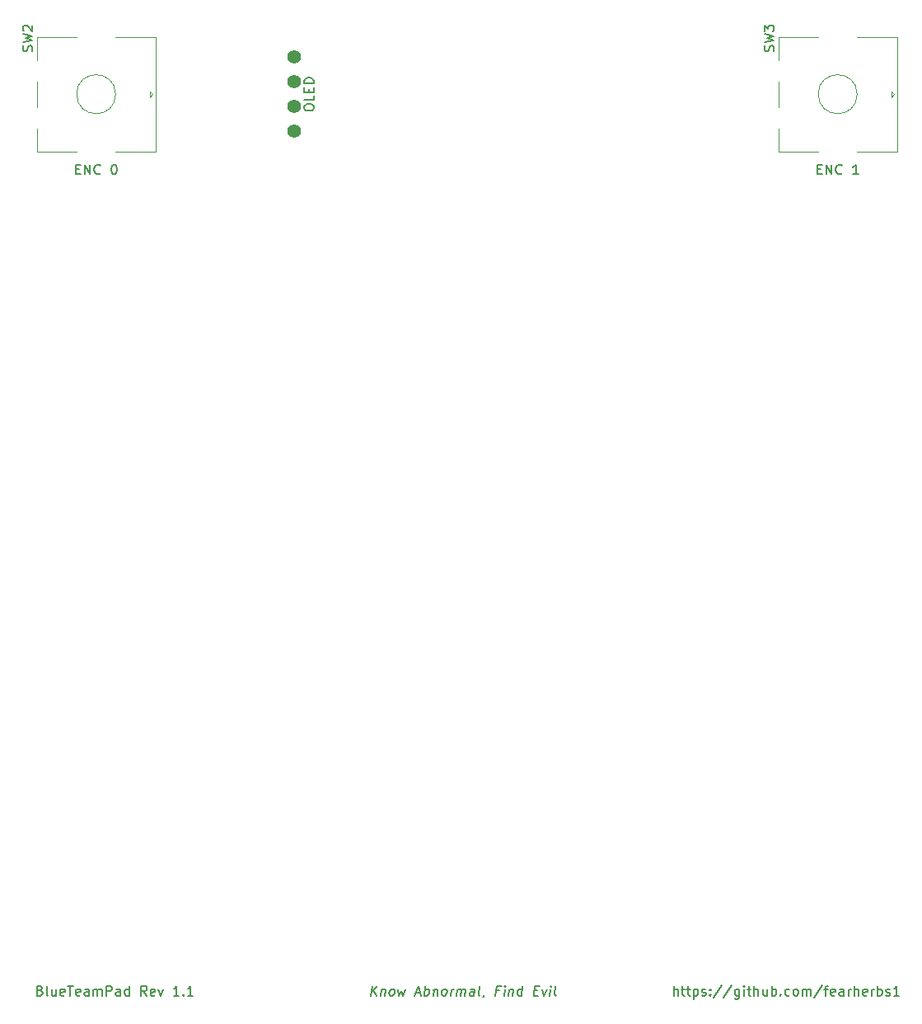
<source format=gbr>
%TF.GenerationSoftware,KiCad,Pcbnew,(6.0.7)*%
%TF.CreationDate,2022-10-27T14:14:10-04:00*%
%TF.ProjectId,BlueTeamPad,426c7565-5465-4616-9d50-61642e6b6963,rev?*%
%TF.SameCoordinates,Original*%
%TF.FileFunction,Legend,Top*%
%TF.FilePolarity,Positive*%
%FSLAX46Y46*%
G04 Gerber Fmt 4.6, Leading zero omitted, Abs format (unit mm)*
G04 Created by KiCad (PCBNEW (6.0.7)) date 2022-10-27 14:14:10*
%MOMM*%
%LPD*%
G01*
G04 APERTURE LIST*
%ADD10C,0.150000*%
%ADD11C,0.120000*%
%ADD12C,1.397000*%
%ADD13C,4.400000*%
%ADD14C,3.987800*%
%ADD15C,1.750000*%
%ADD16C,3.300000*%
%ADD17R,1.700000X1.700000*%
%ADD18O,1.700000X1.700000*%
%ADD19C,0.650000*%
%ADD20O,1.000000X1.600000*%
%ADD21O,1.000000X2.100000*%
G04 APERTURE END LIST*
D10*
X93322946Y-158452380D02*
X93447946Y-157452380D01*
X93894375Y-158452380D02*
X93537232Y-157880952D01*
X94019375Y-157452380D02*
X93376517Y-158023809D01*
X94406279Y-157785714D02*
X94322946Y-158452380D01*
X94394375Y-157880952D02*
X94447946Y-157833333D01*
X94549136Y-157785714D01*
X94691994Y-157785714D01*
X94781279Y-157833333D01*
X94816994Y-157928571D01*
X94751517Y-158452380D01*
X95370565Y-158452380D02*
X95281279Y-158404761D01*
X95239613Y-158357142D01*
X95203898Y-158261904D01*
X95239613Y-157976190D01*
X95299136Y-157880952D01*
X95352708Y-157833333D01*
X95453898Y-157785714D01*
X95596755Y-157785714D01*
X95686041Y-157833333D01*
X95727708Y-157880952D01*
X95763422Y-157976190D01*
X95727708Y-158261904D01*
X95668184Y-158357142D01*
X95614613Y-158404761D01*
X95513422Y-158452380D01*
X95370565Y-158452380D01*
X96120565Y-157785714D02*
X96227708Y-158452380D01*
X96477708Y-157976190D01*
X96608660Y-158452380D01*
X96882470Y-157785714D01*
X97930089Y-158166666D02*
X98406279Y-158166666D01*
X97799136Y-158452380D02*
X98257470Y-157452380D01*
X98465803Y-158452380D01*
X98799136Y-158452380D02*
X98924136Y-157452380D01*
X98876517Y-157833333D02*
X98977708Y-157785714D01*
X99168184Y-157785714D01*
X99257470Y-157833333D01*
X99299136Y-157880952D01*
X99334851Y-157976190D01*
X99299136Y-158261904D01*
X99239613Y-158357142D01*
X99186041Y-158404761D01*
X99084851Y-158452380D01*
X98894375Y-158452380D01*
X98805089Y-158404761D01*
X99787232Y-157785714D02*
X99703898Y-158452380D01*
X99775327Y-157880952D02*
X99828898Y-157833333D01*
X99930089Y-157785714D01*
X100072946Y-157785714D01*
X100162232Y-157833333D01*
X100197946Y-157928571D01*
X100132470Y-158452380D01*
X100751517Y-158452380D02*
X100662232Y-158404761D01*
X100620565Y-158357142D01*
X100584851Y-158261904D01*
X100620565Y-157976190D01*
X100680089Y-157880952D01*
X100733660Y-157833333D01*
X100834851Y-157785714D01*
X100977708Y-157785714D01*
X101066994Y-157833333D01*
X101108660Y-157880952D01*
X101144375Y-157976190D01*
X101108660Y-158261904D01*
X101049136Y-158357142D01*
X100995565Y-158404761D01*
X100894375Y-158452380D01*
X100751517Y-158452380D01*
X101513422Y-158452380D02*
X101596755Y-157785714D01*
X101572946Y-157976190D02*
X101632470Y-157880952D01*
X101686041Y-157833333D01*
X101787232Y-157785714D01*
X101882470Y-157785714D01*
X102132470Y-158452380D02*
X102215803Y-157785714D01*
X102203898Y-157880952D02*
X102257470Y-157833333D01*
X102358660Y-157785714D01*
X102501517Y-157785714D01*
X102590803Y-157833333D01*
X102626517Y-157928571D01*
X102561041Y-158452380D01*
X102626517Y-157928571D02*
X102686041Y-157833333D01*
X102787232Y-157785714D01*
X102930089Y-157785714D01*
X103019375Y-157833333D01*
X103055089Y-157928571D01*
X102989613Y-158452380D01*
X103894375Y-158452380D02*
X103959851Y-157928571D01*
X103924136Y-157833333D01*
X103834851Y-157785714D01*
X103644375Y-157785714D01*
X103543184Y-157833333D01*
X103900327Y-158404761D02*
X103799136Y-158452380D01*
X103561041Y-158452380D01*
X103471755Y-158404761D01*
X103436041Y-158309523D01*
X103447946Y-158214285D01*
X103507470Y-158119047D01*
X103608660Y-158071428D01*
X103846755Y-158071428D01*
X103947946Y-158023809D01*
X104513422Y-158452380D02*
X104424136Y-158404761D01*
X104388422Y-158309523D01*
X104495565Y-157452380D01*
X104947946Y-158404761D02*
X104941994Y-158452380D01*
X104882470Y-158547619D01*
X104828898Y-158595238D01*
X106531279Y-157928571D02*
X106197946Y-157928571D01*
X106132470Y-158452380D02*
X106257470Y-157452380D01*
X106733660Y-157452380D01*
X106989613Y-158452380D02*
X107072946Y-157785714D01*
X107114613Y-157452380D02*
X107061041Y-157500000D01*
X107102708Y-157547619D01*
X107156279Y-157500000D01*
X107114613Y-157452380D01*
X107102708Y-157547619D01*
X107549136Y-157785714D02*
X107465803Y-158452380D01*
X107537232Y-157880952D02*
X107590803Y-157833333D01*
X107691994Y-157785714D01*
X107834851Y-157785714D01*
X107924136Y-157833333D01*
X107959851Y-157928571D01*
X107894375Y-158452380D01*
X108799136Y-158452380D02*
X108924136Y-157452380D01*
X108805089Y-158404761D02*
X108703898Y-158452380D01*
X108513422Y-158452380D01*
X108424136Y-158404761D01*
X108382470Y-158357142D01*
X108346755Y-158261904D01*
X108382470Y-157976190D01*
X108441994Y-157880952D01*
X108495565Y-157833333D01*
X108596755Y-157785714D01*
X108787232Y-157785714D01*
X108876517Y-157833333D01*
X110102708Y-157928571D02*
X110436041Y-157928571D01*
X110513422Y-158452380D02*
X110037232Y-158452380D01*
X110162232Y-157452380D01*
X110638422Y-157452380D01*
X110930089Y-157785714D02*
X111084851Y-158452380D01*
X111406279Y-157785714D01*
X111703898Y-158452380D02*
X111787232Y-157785714D01*
X111828898Y-157452380D02*
X111775327Y-157500000D01*
X111816994Y-157547619D01*
X111870565Y-157500000D01*
X111828898Y-157452380D01*
X111816994Y-157547619D01*
X112322946Y-158452380D02*
X112233660Y-158404761D01*
X112197946Y-158309523D01*
X112305089Y-157452380D01*
X62992261Y-73588571D02*
X63325595Y-73588571D01*
X63468452Y-74112380D02*
X62992261Y-74112380D01*
X62992261Y-73112380D01*
X63468452Y-73112380D01*
X63897023Y-74112380D02*
X63897023Y-73112380D01*
X64468452Y-74112380D01*
X64468452Y-73112380D01*
X65516071Y-74017142D02*
X65468452Y-74064761D01*
X65325595Y-74112380D01*
X65230357Y-74112380D01*
X65087500Y-74064761D01*
X64992261Y-73969523D01*
X64944642Y-73874285D01*
X64897023Y-73683809D01*
X64897023Y-73540952D01*
X64944642Y-73350476D01*
X64992261Y-73255238D01*
X65087500Y-73160000D01*
X65230357Y-73112380D01*
X65325595Y-73112380D01*
X65468452Y-73160000D01*
X65516071Y-73207619D01*
X66897023Y-73112380D02*
X66992261Y-73112380D01*
X67087500Y-73160000D01*
X67135119Y-73207619D01*
X67182738Y-73302857D01*
X67230357Y-73493333D01*
X67230357Y-73731428D01*
X67182738Y-73921904D01*
X67135119Y-74017142D01*
X67087500Y-74064761D01*
X66992261Y-74112380D01*
X66897023Y-74112380D01*
X66801785Y-74064761D01*
X66754166Y-74017142D01*
X66706547Y-73921904D01*
X66658928Y-73731428D01*
X66658928Y-73493333D01*
X66706547Y-73302857D01*
X66754166Y-73207619D01*
X66801785Y-73160000D01*
X66897023Y-73112380D01*
X124428571Y-158452380D02*
X124428571Y-157452380D01*
X124857142Y-158452380D02*
X124857142Y-157928571D01*
X124809523Y-157833333D01*
X124714285Y-157785714D01*
X124571428Y-157785714D01*
X124476190Y-157833333D01*
X124428571Y-157880952D01*
X125190476Y-157785714D02*
X125571428Y-157785714D01*
X125333333Y-157452380D02*
X125333333Y-158309523D01*
X125380952Y-158404761D01*
X125476190Y-158452380D01*
X125571428Y-158452380D01*
X125761904Y-157785714D02*
X126142857Y-157785714D01*
X125904761Y-157452380D02*
X125904761Y-158309523D01*
X125952380Y-158404761D01*
X126047619Y-158452380D01*
X126142857Y-158452380D01*
X126476190Y-157785714D02*
X126476190Y-158785714D01*
X126476190Y-157833333D02*
X126571428Y-157785714D01*
X126761904Y-157785714D01*
X126857142Y-157833333D01*
X126904761Y-157880952D01*
X126952380Y-157976190D01*
X126952380Y-158261904D01*
X126904761Y-158357142D01*
X126857142Y-158404761D01*
X126761904Y-158452380D01*
X126571428Y-158452380D01*
X126476190Y-158404761D01*
X127333333Y-158404761D02*
X127428571Y-158452380D01*
X127619047Y-158452380D01*
X127714285Y-158404761D01*
X127761904Y-158309523D01*
X127761904Y-158261904D01*
X127714285Y-158166666D01*
X127619047Y-158119047D01*
X127476190Y-158119047D01*
X127380952Y-158071428D01*
X127333333Y-157976190D01*
X127333333Y-157928571D01*
X127380952Y-157833333D01*
X127476190Y-157785714D01*
X127619047Y-157785714D01*
X127714285Y-157833333D01*
X128190476Y-158357142D02*
X128238095Y-158404761D01*
X128190476Y-158452380D01*
X128142857Y-158404761D01*
X128190476Y-158357142D01*
X128190476Y-158452380D01*
X128190476Y-157833333D02*
X128238095Y-157880952D01*
X128190476Y-157928571D01*
X128142857Y-157880952D01*
X128190476Y-157833333D01*
X128190476Y-157928571D01*
X129380952Y-157404761D02*
X128523809Y-158690476D01*
X130428571Y-157404761D02*
X129571428Y-158690476D01*
X131190476Y-157785714D02*
X131190476Y-158595238D01*
X131142857Y-158690476D01*
X131095238Y-158738095D01*
X130999999Y-158785714D01*
X130857142Y-158785714D01*
X130761904Y-158738095D01*
X131190476Y-158404761D02*
X131095238Y-158452380D01*
X130904761Y-158452380D01*
X130809523Y-158404761D01*
X130761904Y-158357142D01*
X130714285Y-158261904D01*
X130714285Y-157976190D01*
X130761904Y-157880952D01*
X130809523Y-157833333D01*
X130904761Y-157785714D01*
X131095238Y-157785714D01*
X131190476Y-157833333D01*
X131666666Y-158452380D02*
X131666666Y-157785714D01*
X131666666Y-157452380D02*
X131619047Y-157500000D01*
X131666666Y-157547619D01*
X131714285Y-157500000D01*
X131666666Y-157452380D01*
X131666666Y-157547619D01*
X131999999Y-157785714D02*
X132380952Y-157785714D01*
X132142857Y-157452380D02*
X132142857Y-158309523D01*
X132190476Y-158404761D01*
X132285714Y-158452380D01*
X132380952Y-158452380D01*
X132714285Y-158452380D02*
X132714285Y-157452380D01*
X133142857Y-158452380D02*
X133142857Y-157928571D01*
X133095238Y-157833333D01*
X132999999Y-157785714D01*
X132857142Y-157785714D01*
X132761904Y-157833333D01*
X132714285Y-157880952D01*
X134047619Y-157785714D02*
X134047619Y-158452380D01*
X133619047Y-157785714D02*
X133619047Y-158309523D01*
X133666666Y-158404761D01*
X133761904Y-158452380D01*
X133904761Y-158452380D01*
X133999999Y-158404761D01*
X134047619Y-158357142D01*
X134523809Y-158452380D02*
X134523809Y-157452380D01*
X134523809Y-157833333D02*
X134619047Y-157785714D01*
X134809523Y-157785714D01*
X134904761Y-157833333D01*
X134952380Y-157880952D01*
X135000000Y-157976190D01*
X135000000Y-158261904D01*
X134952380Y-158357142D01*
X134904761Y-158404761D01*
X134809523Y-158452380D01*
X134619047Y-158452380D01*
X134523809Y-158404761D01*
X135428571Y-158357142D02*
X135476190Y-158404761D01*
X135428571Y-158452380D01*
X135380952Y-158404761D01*
X135428571Y-158357142D01*
X135428571Y-158452380D01*
X136333333Y-158404761D02*
X136238095Y-158452380D01*
X136047619Y-158452380D01*
X135952380Y-158404761D01*
X135904761Y-158357142D01*
X135857142Y-158261904D01*
X135857142Y-157976190D01*
X135904761Y-157880952D01*
X135952380Y-157833333D01*
X136047619Y-157785714D01*
X136238095Y-157785714D01*
X136333333Y-157833333D01*
X136904761Y-158452380D02*
X136809523Y-158404761D01*
X136761904Y-158357142D01*
X136714285Y-158261904D01*
X136714285Y-157976190D01*
X136761904Y-157880952D01*
X136809523Y-157833333D01*
X136904761Y-157785714D01*
X137047619Y-157785714D01*
X137142857Y-157833333D01*
X137190476Y-157880952D01*
X137238095Y-157976190D01*
X137238095Y-158261904D01*
X137190476Y-158357142D01*
X137142857Y-158404761D01*
X137047619Y-158452380D01*
X136904761Y-158452380D01*
X137666666Y-158452380D02*
X137666666Y-157785714D01*
X137666666Y-157880952D02*
X137714285Y-157833333D01*
X137809523Y-157785714D01*
X137952380Y-157785714D01*
X138047619Y-157833333D01*
X138095238Y-157928571D01*
X138095238Y-158452380D01*
X138095238Y-157928571D02*
X138142857Y-157833333D01*
X138238095Y-157785714D01*
X138380952Y-157785714D01*
X138476190Y-157833333D01*
X138523809Y-157928571D01*
X138523809Y-158452380D01*
X139714285Y-157404761D02*
X138857142Y-158690476D01*
X139904761Y-157785714D02*
X140285714Y-157785714D01*
X140047619Y-158452380D02*
X140047619Y-157595238D01*
X140095238Y-157500000D01*
X140190476Y-157452380D01*
X140285714Y-157452380D01*
X141000000Y-158404761D02*
X140904761Y-158452380D01*
X140714285Y-158452380D01*
X140619047Y-158404761D01*
X140571428Y-158309523D01*
X140571428Y-157928571D01*
X140619047Y-157833333D01*
X140714285Y-157785714D01*
X140904761Y-157785714D01*
X141000000Y-157833333D01*
X141047619Y-157928571D01*
X141047619Y-158023809D01*
X140571428Y-158119047D01*
X141904761Y-158452380D02*
X141904761Y-157928571D01*
X141857142Y-157833333D01*
X141761904Y-157785714D01*
X141571428Y-157785714D01*
X141476190Y-157833333D01*
X141904761Y-158404761D02*
X141809523Y-158452380D01*
X141571428Y-158452380D01*
X141476190Y-158404761D01*
X141428571Y-158309523D01*
X141428571Y-158214285D01*
X141476190Y-158119047D01*
X141571428Y-158071428D01*
X141809523Y-158071428D01*
X141904761Y-158023809D01*
X142380952Y-158452380D02*
X142380952Y-157785714D01*
X142380952Y-157976190D02*
X142428571Y-157880952D01*
X142476190Y-157833333D01*
X142571428Y-157785714D01*
X142666666Y-157785714D01*
X143000000Y-158452380D02*
X143000000Y-157452380D01*
X143428571Y-158452380D02*
X143428571Y-157928571D01*
X143380952Y-157833333D01*
X143285714Y-157785714D01*
X143142857Y-157785714D01*
X143047619Y-157833333D01*
X143000000Y-157880952D01*
X144285714Y-158404761D02*
X144190476Y-158452380D01*
X143999999Y-158452380D01*
X143904761Y-158404761D01*
X143857142Y-158309523D01*
X143857142Y-157928571D01*
X143904761Y-157833333D01*
X143999999Y-157785714D01*
X144190476Y-157785714D01*
X144285714Y-157833333D01*
X144333333Y-157928571D01*
X144333333Y-158023809D01*
X143857142Y-158119047D01*
X144761904Y-158452380D02*
X144761904Y-157785714D01*
X144761904Y-157976190D02*
X144809523Y-157880952D01*
X144857142Y-157833333D01*
X144952380Y-157785714D01*
X145047619Y-157785714D01*
X145380952Y-158452380D02*
X145380952Y-157452380D01*
X145380952Y-157833333D02*
X145476190Y-157785714D01*
X145666666Y-157785714D01*
X145761904Y-157833333D01*
X145809523Y-157880952D01*
X145857142Y-157976190D01*
X145857142Y-158261904D01*
X145809523Y-158357142D01*
X145761904Y-158404761D01*
X145666666Y-158452380D01*
X145476190Y-158452380D01*
X145380952Y-158404761D01*
X146238095Y-158404761D02*
X146333333Y-158452380D01*
X146523809Y-158452380D01*
X146619047Y-158404761D01*
X146666666Y-158309523D01*
X146666666Y-158261904D01*
X146619047Y-158166666D01*
X146523809Y-158119047D01*
X146380952Y-158119047D01*
X146285714Y-158071428D01*
X146238095Y-157976190D01*
X146238095Y-157928571D01*
X146285714Y-157833333D01*
X146380952Y-157785714D01*
X146523809Y-157785714D01*
X146619047Y-157833333D01*
X147619047Y-158452380D02*
X147047619Y-158452380D01*
X147333333Y-158452380D02*
X147333333Y-157452380D01*
X147238095Y-157595238D01*
X147142857Y-157690476D01*
X147047619Y-157738095D01*
X139192261Y-73588571D02*
X139525595Y-73588571D01*
X139668452Y-74112380D02*
X139192261Y-74112380D01*
X139192261Y-73112380D01*
X139668452Y-73112380D01*
X140097023Y-74112380D02*
X140097023Y-73112380D01*
X140668452Y-74112380D01*
X140668452Y-73112380D01*
X141716071Y-74017142D02*
X141668452Y-74064761D01*
X141525595Y-74112380D01*
X141430357Y-74112380D01*
X141287500Y-74064761D01*
X141192261Y-73969523D01*
X141144642Y-73874285D01*
X141097023Y-73683809D01*
X141097023Y-73540952D01*
X141144642Y-73350476D01*
X141192261Y-73255238D01*
X141287500Y-73160000D01*
X141430357Y-73112380D01*
X141525595Y-73112380D01*
X141668452Y-73160000D01*
X141716071Y-73207619D01*
X143430357Y-74112380D02*
X142858928Y-74112380D01*
X143144642Y-74112380D02*
X143144642Y-73112380D01*
X143049404Y-73255238D01*
X142954166Y-73350476D01*
X142858928Y-73398095D01*
X59333333Y-157928571D02*
X59476190Y-157976190D01*
X59523809Y-158023809D01*
X59571428Y-158119047D01*
X59571428Y-158261904D01*
X59523809Y-158357142D01*
X59476190Y-158404761D01*
X59380952Y-158452380D01*
X59000000Y-158452380D01*
X59000000Y-157452380D01*
X59333333Y-157452380D01*
X59428571Y-157500000D01*
X59476190Y-157547619D01*
X59523809Y-157642857D01*
X59523809Y-157738095D01*
X59476190Y-157833333D01*
X59428571Y-157880952D01*
X59333333Y-157928571D01*
X59000000Y-157928571D01*
X60142857Y-158452380D02*
X60047619Y-158404761D01*
X60000000Y-158309523D01*
X60000000Y-157452380D01*
X60952380Y-157785714D02*
X60952380Y-158452380D01*
X60523809Y-157785714D02*
X60523809Y-158309523D01*
X60571428Y-158404761D01*
X60666666Y-158452380D01*
X60809523Y-158452380D01*
X60904761Y-158404761D01*
X60952380Y-158357142D01*
X61809523Y-158404761D02*
X61714285Y-158452380D01*
X61523809Y-158452380D01*
X61428571Y-158404761D01*
X61380952Y-158309523D01*
X61380952Y-157928571D01*
X61428571Y-157833333D01*
X61523809Y-157785714D01*
X61714285Y-157785714D01*
X61809523Y-157833333D01*
X61857142Y-157928571D01*
X61857142Y-158023809D01*
X61380952Y-158119047D01*
X62142857Y-157452380D02*
X62714285Y-157452380D01*
X62428571Y-158452380D02*
X62428571Y-157452380D01*
X63428571Y-158404761D02*
X63333333Y-158452380D01*
X63142857Y-158452380D01*
X63047619Y-158404761D01*
X63000000Y-158309523D01*
X63000000Y-157928571D01*
X63047619Y-157833333D01*
X63142857Y-157785714D01*
X63333333Y-157785714D01*
X63428571Y-157833333D01*
X63476190Y-157928571D01*
X63476190Y-158023809D01*
X63000000Y-158119047D01*
X64333333Y-158452380D02*
X64333333Y-157928571D01*
X64285714Y-157833333D01*
X64190476Y-157785714D01*
X64000000Y-157785714D01*
X63904761Y-157833333D01*
X64333333Y-158404761D02*
X64238095Y-158452380D01*
X64000000Y-158452380D01*
X63904761Y-158404761D01*
X63857142Y-158309523D01*
X63857142Y-158214285D01*
X63904761Y-158119047D01*
X64000000Y-158071428D01*
X64238095Y-158071428D01*
X64333333Y-158023809D01*
X64809523Y-158452380D02*
X64809523Y-157785714D01*
X64809523Y-157880952D02*
X64857142Y-157833333D01*
X64952380Y-157785714D01*
X65095238Y-157785714D01*
X65190476Y-157833333D01*
X65238095Y-157928571D01*
X65238095Y-158452380D01*
X65238095Y-157928571D02*
X65285714Y-157833333D01*
X65380952Y-157785714D01*
X65523809Y-157785714D01*
X65619047Y-157833333D01*
X65666666Y-157928571D01*
X65666666Y-158452380D01*
X66142857Y-158452380D02*
X66142857Y-157452380D01*
X66523809Y-157452380D01*
X66619047Y-157500000D01*
X66666666Y-157547619D01*
X66714285Y-157642857D01*
X66714285Y-157785714D01*
X66666666Y-157880952D01*
X66619047Y-157928571D01*
X66523809Y-157976190D01*
X66142857Y-157976190D01*
X67571428Y-158452380D02*
X67571428Y-157928571D01*
X67523809Y-157833333D01*
X67428571Y-157785714D01*
X67238095Y-157785714D01*
X67142857Y-157833333D01*
X67571428Y-158404761D02*
X67476190Y-158452380D01*
X67238095Y-158452380D01*
X67142857Y-158404761D01*
X67095238Y-158309523D01*
X67095238Y-158214285D01*
X67142857Y-158119047D01*
X67238095Y-158071428D01*
X67476190Y-158071428D01*
X67571428Y-158023809D01*
X68476190Y-158452380D02*
X68476190Y-157452380D01*
X68476190Y-158404761D02*
X68380952Y-158452380D01*
X68190476Y-158452380D01*
X68095238Y-158404761D01*
X68047619Y-158357142D01*
X68000000Y-158261904D01*
X68000000Y-157976190D01*
X68047619Y-157880952D01*
X68095238Y-157833333D01*
X68190476Y-157785714D01*
X68380952Y-157785714D01*
X68476190Y-157833333D01*
X70285714Y-158452380D02*
X69952380Y-157976190D01*
X69714285Y-158452380D02*
X69714285Y-157452380D01*
X70095238Y-157452380D01*
X70190476Y-157500000D01*
X70238095Y-157547619D01*
X70285714Y-157642857D01*
X70285714Y-157785714D01*
X70238095Y-157880952D01*
X70190476Y-157928571D01*
X70095238Y-157976190D01*
X69714285Y-157976190D01*
X71095238Y-158404761D02*
X71000000Y-158452380D01*
X70809523Y-158452380D01*
X70714285Y-158404761D01*
X70666666Y-158309523D01*
X70666666Y-157928571D01*
X70714285Y-157833333D01*
X70809523Y-157785714D01*
X71000000Y-157785714D01*
X71095238Y-157833333D01*
X71142857Y-157928571D01*
X71142857Y-158023809D01*
X70666666Y-158119047D01*
X71476190Y-157785714D02*
X71714285Y-158452380D01*
X71952380Y-157785714D01*
X73619047Y-158452380D02*
X73047619Y-158452380D01*
X73333333Y-158452380D02*
X73333333Y-157452380D01*
X73238095Y-157595238D01*
X73142857Y-157690476D01*
X73047619Y-157738095D01*
X74047619Y-158357142D02*
X74095238Y-158404761D01*
X74047619Y-158452380D01*
X74000000Y-158404761D01*
X74047619Y-158357142D01*
X74047619Y-158452380D01*
X75047619Y-158452380D02*
X74476190Y-158452380D01*
X74761904Y-158452380D02*
X74761904Y-157452380D01*
X74666666Y-157595238D01*
X74571428Y-157690476D01*
X74476190Y-157738095D01*
%TO.C,OL1*%
X86459880Y-67333630D02*
X86459880Y-67143154D01*
X86507500Y-67047916D01*
X86602738Y-66952678D01*
X86793214Y-66905059D01*
X87126547Y-66905059D01*
X87317023Y-66952678D01*
X87412261Y-67047916D01*
X87459880Y-67143154D01*
X87459880Y-67333630D01*
X87412261Y-67428869D01*
X87317023Y-67524107D01*
X87126547Y-67571726D01*
X86793214Y-67571726D01*
X86602738Y-67524107D01*
X86507500Y-67428869D01*
X86459880Y-67333630D01*
X87459880Y-66000297D02*
X87459880Y-66476488D01*
X86459880Y-66476488D01*
X86936071Y-65666964D02*
X86936071Y-65333630D01*
X87459880Y-65190773D02*
X87459880Y-65666964D01*
X86459880Y-65666964D01*
X86459880Y-65190773D01*
X87459880Y-64762202D02*
X86459880Y-64762202D01*
X86459880Y-64524107D01*
X86507500Y-64381250D01*
X86602738Y-64286011D01*
X86697976Y-64238392D01*
X86888452Y-64190773D01*
X87031309Y-64190773D01*
X87221785Y-64238392D01*
X87317023Y-64286011D01*
X87412261Y-64381250D01*
X87459880Y-64524107D01*
X87459880Y-64762202D01*
%TO.C,SW3*%
X134692261Y-61464583D02*
X134739880Y-61321726D01*
X134739880Y-61083630D01*
X134692261Y-60988392D01*
X134644642Y-60940773D01*
X134549404Y-60893154D01*
X134454166Y-60893154D01*
X134358928Y-60940773D01*
X134311309Y-60988392D01*
X134263690Y-61083630D01*
X134216071Y-61274107D01*
X134168452Y-61369345D01*
X134120833Y-61416964D01*
X134025595Y-61464583D01*
X133930357Y-61464583D01*
X133835119Y-61416964D01*
X133787500Y-61369345D01*
X133739880Y-61274107D01*
X133739880Y-61036011D01*
X133787500Y-60893154D01*
X133739880Y-60559821D02*
X134739880Y-60321726D01*
X134025595Y-60131250D01*
X134739880Y-59940773D01*
X133739880Y-59702678D01*
X133739880Y-59416964D02*
X133739880Y-58797916D01*
X134120833Y-59131250D01*
X134120833Y-58988392D01*
X134168452Y-58893154D01*
X134216071Y-58845535D01*
X134311309Y-58797916D01*
X134549404Y-58797916D01*
X134644642Y-58845535D01*
X134692261Y-58893154D01*
X134739880Y-58988392D01*
X134739880Y-59274107D01*
X134692261Y-59369345D01*
X134644642Y-59416964D01*
%TO.C,SW2*%
X58492261Y-61464583D02*
X58539880Y-61321726D01*
X58539880Y-61083630D01*
X58492261Y-60988392D01*
X58444642Y-60940773D01*
X58349404Y-60893154D01*
X58254166Y-60893154D01*
X58158928Y-60940773D01*
X58111309Y-60988392D01*
X58063690Y-61083630D01*
X58016071Y-61274107D01*
X57968452Y-61369345D01*
X57920833Y-61416964D01*
X57825595Y-61464583D01*
X57730357Y-61464583D01*
X57635119Y-61416964D01*
X57587500Y-61369345D01*
X57539880Y-61274107D01*
X57539880Y-61036011D01*
X57587500Y-60893154D01*
X57539880Y-60559821D02*
X58539880Y-60321726D01*
X57825595Y-60131250D01*
X58539880Y-59940773D01*
X57539880Y-59702678D01*
X57635119Y-59369345D02*
X57587500Y-59321726D01*
X57539880Y-59226488D01*
X57539880Y-58988392D01*
X57587500Y-58893154D01*
X57635119Y-58845535D01*
X57730357Y-58797916D01*
X57825595Y-58797916D01*
X57968452Y-58845535D01*
X58539880Y-59416964D01*
X58539880Y-58797916D01*
D11*
%TO.C,SW3*%
X146787500Y-66181250D02*
X146787500Y-65581250D01*
X146787500Y-65581250D02*
X147087500Y-65881250D01*
X135187500Y-62381250D02*
X135187500Y-59981250D01*
X135187500Y-59981250D02*
X139287500Y-59981250D01*
X143287500Y-59981250D02*
X147387500Y-59981250D01*
X143287500Y-71781250D02*
X147387500Y-71781250D01*
X135187500Y-67181250D02*
X135187500Y-64581250D01*
X135187500Y-71781250D02*
X135187500Y-69381250D01*
X139287500Y-71781250D02*
X135187500Y-71781250D01*
X147387500Y-71781250D02*
X147387500Y-59981250D01*
X147087500Y-65881250D02*
X146787500Y-66181250D01*
X143287500Y-65881250D02*
G75*
G03*
X143287500Y-65881250I-2000000J0D01*
G01*
%TO.C,SW2*%
X70587500Y-66181250D02*
X70587500Y-65581250D01*
X71187500Y-71781250D02*
X71187500Y-59981250D01*
X63087500Y-71781250D02*
X58987500Y-71781250D01*
X58987500Y-62381250D02*
X58987500Y-59981250D01*
X70587500Y-65581250D02*
X70887500Y-65881250D01*
X58987500Y-71781250D02*
X58987500Y-69381250D01*
X58987500Y-59981250D02*
X63087500Y-59981250D01*
X67087500Y-59981250D02*
X71187500Y-59981250D01*
X70887500Y-65881250D02*
X70587500Y-66181250D01*
X67087500Y-71781250D02*
X71187500Y-71781250D01*
X58987500Y-67181250D02*
X58987500Y-64581250D01*
X67087500Y-65881250D02*
G75*
G03*
X67087500Y-65881250I-2000000J0D01*
G01*
%TD*%
D12*
%TO.C,OL1*%
X85457500Y-62071250D03*
X85457500Y-64611250D03*
X85457500Y-67151250D03*
X85457500Y-69691250D03*
%TD*%
%LPC*%
D13*
%TO.C,H2*%
X151606250Y-55562500D03*
%TD*%
%TO.C,H1*%
X54768750Y-55562500D03*
%TD*%
%TO.C,H3*%
X54768750Y-156368750D03*
%TD*%
%TO.C,H4*%
X151606250Y-156368750D03*
%TD*%
D14*
%TO.C,SW20*%
X84137500Y-146050000D03*
D15*
X79057500Y-146050000D03*
X89217500Y-146050000D03*
D16*
X80327500Y-143510000D03*
X86677500Y-140970000D03*
%TD*%
D15*
%TO.C,SW5*%
X79057500Y-88900000D03*
X89217500Y-88900000D03*
D14*
X84137500Y-88900000D03*
D16*
X80327500Y-86360000D03*
X86677500Y-83820000D03*
%TD*%
D17*
%TO.C,SW1*%
X142494000Y-55626000D03*
D18*
X139954000Y-55626000D03*
%TD*%
D15*
%TO.C,SW6*%
X98107500Y-88900000D03*
X108267500Y-88900000D03*
D14*
X103187500Y-88900000D03*
D16*
X99377500Y-86360000D03*
X105727500Y-83820000D03*
%TD*%
D15*
%TO.C,SW21*%
X98107500Y-146050000D03*
X108267500Y-146050000D03*
D14*
X103187500Y-146050000D03*
D16*
X99377500Y-143510000D03*
X105727500Y-140970000D03*
%TD*%
D14*
%TO.C,SW22*%
X122237500Y-146050000D03*
D15*
X117157500Y-146050000D03*
X127317500Y-146050000D03*
D16*
X118427500Y-143510000D03*
X124777500Y-140970000D03*
%TD*%
D14*
%TO.C,SW13*%
X141287500Y-107950000D03*
D15*
X146367500Y-107950000D03*
X136207500Y-107950000D03*
D16*
X137477500Y-105410000D03*
X143827500Y-102870000D03*
%TD*%
D15*
%TO.C,SW18*%
X146367500Y-127000000D03*
D14*
X141287500Y-127000000D03*
D15*
X136207500Y-127000000D03*
D16*
X137477500Y-124460000D03*
X143827500Y-121920000D03*
%TD*%
D15*
%TO.C,SW16*%
X108267500Y-127000000D03*
X98107500Y-127000000D03*
D14*
X103187500Y-127000000D03*
D16*
X99377500Y-124460000D03*
X105727500Y-121920000D03*
%TD*%
D15*
%TO.C,SW11*%
X98107500Y-107950000D03*
X108267500Y-107950000D03*
D14*
X103187500Y-107950000D03*
D16*
X99377500Y-105410000D03*
X105727500Y-102870000D03*
%TD*%
D15*
%TO.C,SW12*%
X127317500Y-107950000D03*
D14*
X122237500Y-107950000D03*
D15*
X117157500Y-107950000D03*
D16*
X118427500Y-105410000D03*
X124777500Y-102870000D03*
%TD*%
D14*
%TO.C,SW9*%
X65087500Y-107950000D03*
D15*
X70167500Y-107950000D03*
X60007500Y-107950000D03*
D16*
X61277500Y-105410000D03*
X67627500Y-102870000D03*
%TD*%
D14*
%TO.C,SW10*%
X84137500Y-107950000D03*
D15*
X79057500Y-107950000D03*
X89217500Y-107950000D03*
D16*
X80327500Y-105410000D03*
X86677500Y-102870000D03*
%TD*%
D15*
%TO.C,SW7*%
X127317500Y-88900000D03*
D14*
X122237500Y-88900000D03*
D15*
X117157500Y-88900000D03*
D16*
X118427500Y-86360000D03*
X124777500Y-83820000D03*
%TD*%
D14*
%TO.C,SW15*%
X84137500Y-127000000D03*
D15*
X89217500Y-127000000D03*
X79057500Y-127000000D03*
D16*
X80327500Y-124460000D03*
X86677500Y-121920000D03*
%TD*%
D19*
%TO.C,J1*%
X100297500Y-57368750D03*
X106077500Y-57368750D03*
D20*
X107507500Y-53718750D03*
D21*
X98867500Y-57898750D03*
D20*
X98867500Y-53718750D03*
D21*
X107507500Y-57898750D03*
%TD*%
D15*
%TO.C,SW4*%
X70167500Y-88900000D03*
X60007500Y-88900000D03*
D14*
X65087500Y-88900000D03*
D16*
X61277500Y-86360000D03*
X67627500Y-83820000D03*
%TD*%
D14*
%TO.C,SW8*%
X141287500Y-88900000D03*
D15*
X146367500Y-88900000D03*
X136207500Y-88900000D03*
D16*
X137477500Y-86360000D03*
X143827500Y-83820000D03*
%TD*%
D15*
%TO.C,SW23*%
X136207500Y-146050000D03*
D14*
X141287500Y-146050000D03*
D15*
X146367500Y-146050000D03*
D16*
X137477500Y-143510000D03*
X143827500Y-140970000D03*
%TD*%
D17*
%TO.C,J2*%
X98150000Y-76425000D03*
D18*
X100690000Y-76425000D03*
X103230000Y-76425000D03*
X105770000Y-76425000D03*
X108310000Y-76425000D03*
%TD*%
D15*
%TO.C,SW19*%
X70167500Y-146050000D03*
D14*
X65087500Y-146050000D03*
D15*
X60007500Y-146050000D03*
D16*
X61277500Y-143510000D03*
X67627500Y-140970000D03*
%TD*%
D15*
%TO.C,SW14*%
X60007500Y-127000000D03*
X70167500Y-127000000D03*
D14*
X65087500Y-127000000D03*
D16*
X61277500Y-124460000D03*
X67627500Y-121920000D03*
%TD*%
D14*
%TO.C,SW17*%
X122237500Y-127000000D03*
D15*
X117157500Y-127000000D03*
X127317500Y-127000000D03*
D16*
X118427500Y-124460000D03*
X124777500Y-121920000D03*
%TD*%
M02*

</source>
